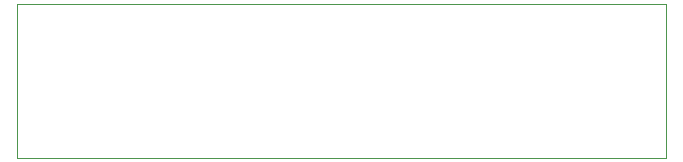
<source format=gm1>
%TF.GenerationSoftware,KiCad,Pcbnew,9.0.5*%
%TF.CreationDate,2025-10-14T17:21:27+01:00*%
%TF.ProjectId,vm_pogodaptor,766d5f70-6f67-46f6-9461-70746f722e6b,0.1*%
%TF.SameCoordinates,Original*%
%TF.FileFunction,Profile,NP*%
%FSLAX45Y45*%
G04 Gerber Fmt 4.5, Leading zero omitted, Abs format (unit mm)*
G04 Created by KiCad (PCBNEW 9.0.5) date 2025-10-14 17:21:27*
%MOMM*%
%LPD*%
G01*
G04 APERTURE LIST*
%TA.AperFunction,Profile*%
%ADD10C,0.050000*%
%TD*%
G04 APERTURE END LIST*
D10*
X-2750000Y650000D02*
X2750000Y650000D01*
X2750000Y-650000D01*
X-2750000Y-650000D01*
X-2750000Y650000D01*
M02*

</source>
